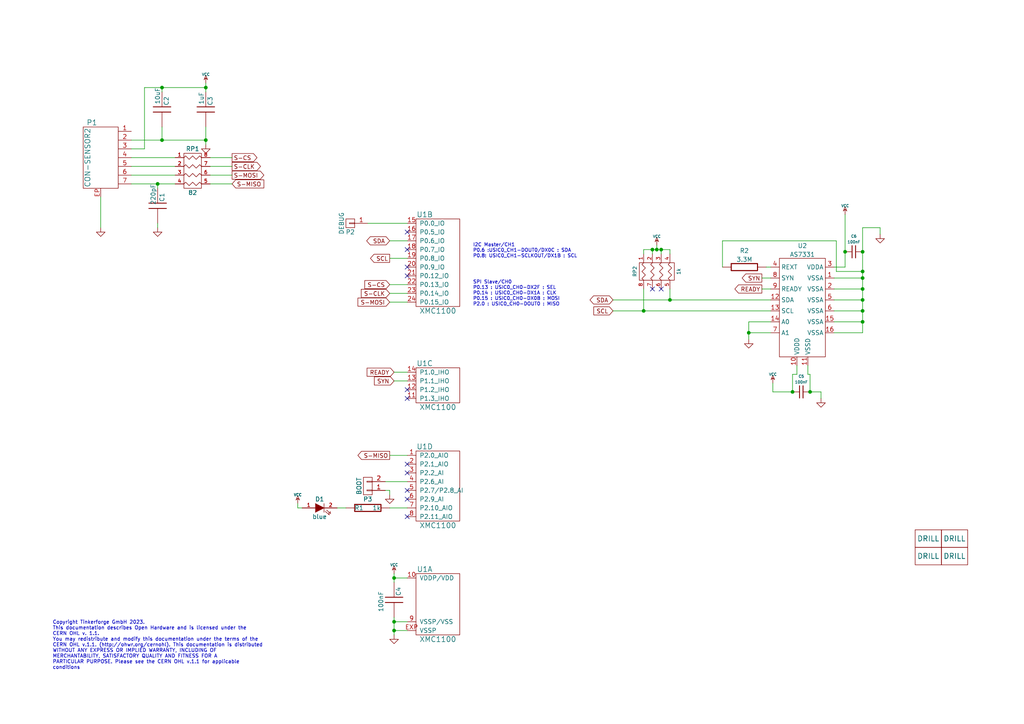
<source format=kicad_sch>
(kicad_sch (version 20211123) (generator eeschema)
  (paper "A4")
  (title_block (title "UV Light Bricklet") (date "2023-05-09") (rev "3.0") (company "Tinkerforge GmbH") (comment 1 "Licensed under CERN OHL v.1.1") (comment 2 "Copyright (©) 2023, T.Schneidermann <tim@tinkerforge.com>"))
  (lib_symbols
    (symbol "GND_1" (power) (pin_names (offset 0))
      (property "Value" "GND_1" (at 0 -5.08 0))
      (symbol "GND_1_0_1"
        (polyline (pts (xy 0 0) (xy 0 -1.27) (xy 1.27 -1.27) (xy 0 -2.54) (xy -1.27 -1.27) (xy 0 -1.27)))
      )
      (symbol "GND_1_1_1"
        (pin power_in line (at 0 0 270) (length 0) hide (name "GND") (number "1"))
      )
    )
    (symbol "GND_4" (power) (pin_names (offset 0))
      (property "Value" "GND_4" (at 0 -5.08 0))
      (symbol "GND_4_0_1"
        (polyline (pts (xy 0 0) (xy 0 -1.27) (xy 1.27 -1.27) (xy 0 -2.54) (xy -1.27 -1.27) (xy 0 -1.27)))
      )
      (symbol "GND_4_1_1"
        (pin power_in line (at 0 0 270) (length 0) hide (name "GND") (number "1"))
      )
    )
    (symbol "GND_5" (power) (pin_names (offset 0))
      (property "Value" "GND_5" (at 0 -5.08 0))
      (symbol "GND_5_0_1"
        (polyline (pts (xy 0 0) (xy 0 -1.27) (xy 1.27 -1.27) (xy 0 -2.54) (xy -1.27 -1.27) (xy 0 -1.27)))
      )
      (symbol "GND_5_1_1"
        (pin power_in line (at 0 0 270) (length 0) hide (name "GND") (number "1"))
      )
    )
    (symbol "GND_6" (power) (pin_names (offset 0))
      (property "Value" "GND_6" (at 0 -5.08 0))
      (symbol "GND_6_0_1"
        (polyline (pts (xy 0 0) (xy 0 -1.27) (xy 1.27 -1.27) (xy 0 -2.54) (xy -1.27 -1.27) (xy 0 -1.27)))
      )
      (symbol "GND_6_1_1"
        (pin power_in line (at 0 0 270) (length 0) hide (name "GND") (number "1"))
      )
    )
    (symbol "R_PACK4_1" (pin_names hide)
      (property "Reference" "RP" (at 0 11.43 0))
      (property "Value" "R_PACK4_1" (at 0 -1.27 0))
      (symbol "R_PACK4_1_0_1"
        (polyline (pts (xy -2.54 10.16) (xy -2.54 0) (xy 2.54 0) (xy 2.54 10.16) (xy -2.54 10.16)))
        (polyline (pts (xy -2.54 1.27) (xy -2.032 1.778) (xy -1.016 0.762) (xy 0 1.778) (xy 1.016 0.762) (xy 2.032 1.778) (xy 2.54 1.27)))
        (polyline (pts (xy -2.54 3.81) (xy -2.032 4.318) (xy -1.016 3.302) (xy 0 4.318) (xy 1.016 3.302) (xy 2.032 4.318) (xy 2.54 3.81)))
        (polyline (pts (xy -2.54 6.35) (xy -2.032 6.858) (xy -1.016 5.842) (xy 0 6.858) (xy 1.016 5.842) (xy 2.032 6.858) (xy 2.54 6.35)))
        (polyline (pts (xy -2.54 8.89) (xy -2.032 9.398) (xy -1.016 8.382) (xy 0 9.398) (xy 1.016 8.382) (xy 2.032 9.398) (xy 2.54 8.89)))
      )
      (symbol "R_PACK4_1_1_1"
        (pin passive line (at -5.08 8.89 0) (length 2.54) (name "P1") (number "1"))
        (pin passive line (at -5.08 6.35 0) (length 2.54) (name "P2") (number "2"))
        (pin passive line (at -5.08 3.81 0) (length 2.54) (name "P3") (number "3"))
        (pin passive line (at -5.08 1.27 0) (length 2.54) (name "P4") (number "4"))
        (pin passive line (at 5.08 1.27 180) (length 2.54) (name "R4") (number "5"))
        (pin passive line (at 5.08 3.81 180) (length 2.54) (name "R3") (number "6"))
        (pin passive line (at 5.08 6.35 180) (length 2.54) (name "R2") (number "7"))
        (pin passive line (at 5.08 8.89 180) (length 2.54) (name "R1") (number "8"))
      )
    )
    (symbol "VCC_2" (power) (pin_names (offset 0))
      (property "Value" "VCC_2" (at 0 3.175 0))
      (symbol "VCC_2_0_0"
        (pin power_in line (at 0 0 90) (length 0) hide (name "VCC") (number "1"))
      )
      (symbol "VCC_2_0_1"
        (polyline (pts (xy 0 1.524) (xy 0 0)))
        (polyline (pts (xy 0 1.524) (xy 0.508 1.016) (xy 0 2.286) (xy -0.508 1.016) (xy 0 1.524) (xy 0 1.524)))
      )
    )
    (symbol "VCC_3" (power) (pin_names (offset 0))
      (property "Value" "VCC_3" (at 0 3.175 0))
      (symbol "VCC_3_0_0"
        (pin power_in line (at 0 0 90) (length 0) hide (name "VCC") (number "1"))
      )
      (symbol "VCC_3_0_1"
        (polyline (pts (xy 0 1.524) (xy 0 0)))
        (polyline (pts (xy 0 1.524) (xy 0.508 1.016) (xy 0 2.286) (xy -0.508 1.016) (xy 0 1.524) (xy 0 1.524)))
      )
    )
    (symbol "VCC_4" (power) (pin_names (offset 0))
      (property "Value" "VCC_4" (at 0 3.175 0))
      (symbol "VCC_4_0_0"
        (pin power_in line (at 0 0 90) (length 0) hide (name "VCC") (number "1"))
      )
      (symbol "VCC_4_0_1"
        (polyline (pts (xy 0 1.524) (xy 0 0)))
        (polyline (pts (xy 0 1.524) (xy 0.508 1.016) (xy 0 2.286) (xy -0.508 1.016) (xy 0 1.524) (xy 0 1.524)))
      )
    )
    (symbol "tinkerforge:AS7331"
      (property "Reference" "U" (at 0 9.525 0))
      (property "Value" "AS7331" (at 0 7.62 0))
      (symbol "AS7331_0_1"
        (rectangle (start -6.35 6.35) (end 6.985 -22.225) (stroke (width 0.1524)))
      )
      (symbol "AS7331_1_1"
        (pin input line (at 9.525 0.635 180) (length 2.54) (name "VSSA") (number "1"))
        (pin input line (at -1.27 -24.765 90) (length 2.54) (name "VDDD") (number "10"))
        (pin input line (at 1.905 -24.765 90) (length 2.54) (name "VSSD") (number "11"))
        (pin input line (at -8.89 -5.715 0) (length 2.54) (name "SDA") (number "12"))
        (pin input line (at -8.89 -8.89 0) (length 2.54) (name "SCL") (number "13"))
        (pin input line (at -8.89 -12.065 0) (length 2.54) (name "A0") (number "14"))
        (pin input line (at 9.525 -12.065 180) (length 2.54) (name "VSSA") (number "15"))
        (pin input line (at 9.525 -15.24 180) (length 2.54) (name "VSSA") (number "16"))
        (pin input line (at 9.525 -2.54 180) (length 2.54) (name "VSSA") (number "2"))
        (pin input line (at 9.525 3.81 180) (length 2.54) (name "VDDA") (number "3"))
        (pin input line (at -8.89 3.81 0) (length 2.54) (name "REXT") (number "4"))
        (pin input line (at 9.525 -5.715 180) (length 2.54) (name "VSSA") (number "5"))
        (pin input line (at 9.525 -8.89 180) (length 2.54) (name "VSSA") (number "6"))
        (pin input line (at -8.89 -15.24 0) (length 2.54) (name "A1") (number "7"))
        (pin input line (at -8.89 0.635 0) (length 2.54) (name "SYN") (number "8"))
        (pin input line (at -8.89 -2.54 0) (length 2.54) (name "READY") (number "9"))
      )
    )
    (symbol "tinkerforge:C" (pin_numbers hide) (pin_names (offset 0.254))
      (property "Reference" "C" (at 1.27 2.54 0))
      (property "Value" "C" (at 1.27 -2.54 0))
      (symbol "C_0_1"
        (polyline (pts (xy -2.54 -0.762) (xy 2.54 -0.762)) (stroke (width 0.254)))
        (polyline (pts (xy -2.54 0.762) (xy 2.54 0.762)) (stroke (width 0.254)))
      )
      (symbol "C_1_1"
        (pin passive line (at 0 5.08 270) (length 4.318) (name "~") (number "1"))
        (pin passive line (at 0 -5.08 90) (length 4.318) (name "~") (number "2"))
      )
    )
    (symbol "tinkerforge:CON-SENSOR2" (pin_names (offset 1.016))
      (property "Reference" "P" (at -3.81 10.16 0))
      (property "Value" "CON-SENSOR2" (at 3.81 0 90))
      (symbol "CON-SENSOR2_0_1"
        (rectangle (start -5.08 8.89) (end 5.08 -8.89))
      )
      (symbol "CON-SENSOR2_1_1"
        (pin passive line (at -8.89 7.62 0) (length 3.81) (name "~") (number "1"))
        (pin passive line (at -8.89 5.08 0) (length 3.81) (name "~") (number "2"))
        (pin passive line (at -8.89 2.54 0) (length 3.81) (name "~") (number "3"))
        (pin passive line (at -8.89 0 0) (length 3.81) (name "~") (number "4"))
        (pin passive line (at -8.89 -2.54 0) (length 3.81) (name "~") (number "5"))
        (pin passive line (at -8.89 -5.08 0) (length 3.81) (name "~") (number "6"))
        (pin passive line (at -8.89 -7.62 0) (length 3.81) (name "~") (number "7"))
        (pin passive line (at 0 -11.43 90) (length 2.54) (name "~") (number "EP"))
      )
    )
    (symbol "tinkerforge:CONN_01X01" (pin_names (offset 1.016) hide)
      (property "Reference" "P" (at 0 2.54 0))
      (property "Value" "CONN_01X01" (at 2.54 0 90))
      (symbol "CONN_01X01_0_1"
        (rectangle (start -1.27 0.127) (end 0.254 -0.127))
        (rectangle (start -1.27 1.27) (end 1.27 -1.27))
      )
      (symbol "CONN_01X01_1_1"
        (pin passive line (at -5.08 0 0) (length 3.81) (name "P1") (number "1"))
      )
    )
    (symbol "tinkerforge:CONN_01X02" (pin_names (offset 1.016) hide)
      (property "Reference" "P" (at 0 3.81 0))
      (property "Value" "CONN_01X02" (at 2.54 0 90))
      (symbol "CONN_01X02_0_1"
        (rectangle (start -1.27 -1.143) (end 0.254 -1.397))
        (rectangle (start -1.27 1.397) (end 0.254 1.143))
        (rectangle (start -1.27 2.54) (end 1.27 -2.54))
      )
      (symbol "CONN_01X02_1_1"
        (pin passive line (at -5.08 1.27 0) (length 3.81) (name "P1") (number "1"))
        (pin passive line (at -5.08 -1.27 0) (length 3.81) (name "P2") (number "2"))
      )
    )
    (symbol "tinkerforge:Cs" (pin_numbers hide) (pin_names (offset 0.254))
      (property "Reference" "C" (at 0.635 1.905 0))
      (property "Value" "Cs" (at 0.635 -1.905 0))
      (symbol "Cs_0_1"
        (polyline (pts (xy -1.778 -0.508) (xy 1.778 -0.508)) (stroke (width 0.254)))
        (polyline (pts (xy -1.778 0.508) (xy 1.778 0.508)) (stroke (width 0.254)))
      )
      (symbol "Cs_1_1"
        (pin passive line (at 0 2.54 270) (length 2.0066) (name "~") (number "1"))
        (pin passive line (at 0 -2.54 90) (length 2.0066) (name "~") (number "2"))
      )
    )
    (symbol "tinkerforge:DRILL" (pin_numbers hide) (pin_names (offset 0) hide)
      (property "Value" "DRILL" (at 0 0 0))
      (symbol "DRILL_0_1"
        (rectangle (start -3.81 2.54) (end 3.81 -2.54))
      )
    )
    (symbol "tinkerforge:GND" (power) (pin_names (offset 0))
      (property "Value" "GND" (at 0 -5.08 0))
      (symbol "GND_0_1"
        (polyline (pts (xy 0 0) (xy 0 -1.27) (xy 1.27 -1.27) (xy 0 -2.54) (xy -1.27 -1.27) (xy 0 -1.27)))
      )
      (symbol "GND_1_1"
        (pin power_in line (at 0 0 270) (length 0) hide (name "GND") (number "1"))
      )
    )
    (symbol "tinkerforge:LED" (pin_names (offset 1.016) hide)
      (property "Reference" "D" (at 0 2.54 0))
      (property "Value" "LED" (at 0 -2.54 0))
      (symbol "LED_0_1"
        (polyline (pts (xy 1.27 1.27) (xy 1.27 -1.27)))
        (polyline (pts (xy -1.27 1.27) (xy 1.27 0) (xy -1.27 -1.27)) (fill (type outline)))
        (polyline (pts (xy 1.651 -1.016) (xy 2.794 -2.032) (xy 2.667 -1.397)))
        (polyline (pts (xy 2.032 -0.635) (xy 3.175 -1.651) (xy 3.048 -1.016)))
      )
      (symbol "LED_1_1"
        (pin passive line (at -5.08 0 0) (length 3.81) (name "A") (number "1"))
        (pin passive line (at 5.08 0 180) (length 3.81) (name "K") (number "2"))
      )
    )
    (symbol "tinkerforge:R" (pin_numbers hide) (pin_names (offset 0))
      (property "Reference" "R" (at 2.032 0 90))
      (property "Value" "R" (at 0 0 90))
      (symbol "R_0_1"
        (rectangle (start -1.016 3.81) (end 1.016 -3.81) (stroke (width 0.3048)))
      )
      (symbol "R_1_1"
        (pin passive line (at 0 6.35 270) (length 2.54) (name "~") (number "1"))
        (pin passive line (at 0 -6.35 90) (length 2.54) (name "~") (number "2"))
      )
    )
    (symbol "tinkerforge:R_PACK4" (pin_names hide)
      (property "Reference" "RP" (at 0 11.43 0))
      (property "Value" "R_PACK4" (at 0 -1.27 0))
      (symbol "R_PACK4_0_1"
        (polyline (pts (xy -2.54 10.16) (xy -2.54 0) (xy 2.54 0) (xy 2.54 10.16) (xy -2.54 10.16)))
        (polyline (pts (xy -2.54 1.27) (xy -2.032 1.778) (xy -1.016 0.762) (xy 0 1.778) (xy 1.016 0.762) (xy 2.032 1.778) (xy 2.54 1.27)))
        (polyline (pts (xy -2.54 3.81) (xy -2.032 4.318) (xy -1.016 3.302) (xy 0 4.318) (xy 1.016 3.302) (xy 2.032 4.318) (xy 2.54 3.81)))
        (polyline (pts (xy -2.54 6.35) (xy -2.032 6.858) (xy -1.016 5.842) (xy 0 6.858) (xy 1.016 5.842) (xy 2.032 6.858) (xy 2.54 6.35)))
        (polyline (pts (xy -2.54 8.89) (xy -2.032 9.398) (xy -1.016 8.382) (xy 0 9.398) (xy 1.016 8.382) (xy 2.032 9.398) (xy 2.54 8.89)))
      )
      (symbol "R_PACK4_1_1"
        (pin passive line (at -5.08 8.89 0) (length 2.54) (name "P1") (number "1"))
        (pin passive line (at -5.08 6.35 0) (length 2.54) (name "P2") (number "2"))
        (pin passive line (at -5.08 3.81 0) (length 2.54) (name "P3") (number "3"))
        (pin passive line (at -5.08 1.27 0) (length 2.54) (name "P4") (number "4"))
        (pin passive line (at 5.08 1.27 180) (length 2.54) (name "R4") (number "5"))
        (pin passive line (at 5.08 3.81 180) (length 2.54) (name "R3") (number "6"))
        (pin passive line (at 5.08 6.35 180) (length 2.54) (name "R2") (number "7"))
        (pin passive line (at 5.08 8.89 180) (length 2.54) (name "R1") (number "8"))
      )
    )
    (symbol "tinkerforge:VCC" (power) (pin_names (offset 0))
      (property "Value" "VCC" (at 0 3.175 0))
      (symbol "VCC_0_0"
        (pin power_in line (at 0 0 90) (length 0) hide (name "VCC") (number "1"))
      )
      (symbol "VCC_0_1"
        (polyline (pts (xy 0 1.524) (xy 0 0)))
        (polyline (pts (xy 0 1.524) (xy 0.508 1.016) (xy 0 2.286) (xy -0.508 1.016) (xy 0 1.524) (xy 0 1.524)))
      )
    )
    (symbol "tinkerforge:XMC1XXX24" (pin_names (offset 1.016))
      (property "Reference" "U" (at -3.81 15.24 0))
      (property "Value" "XMC1XXX24" (at 0 -16.51 0))
      (symbol "XMC1XXX24_1_1"
        (rectangle (start -6.35 8.89) (end 6.35 -8.89))
        (pin passive line (at -8.89 7.62 0) (length 2.54) (name "VDDP/VDD") (number "10"))
        (pin passive line (at -8.89 -5.08 0) (length 2.54) (name "VSSP/VSS") (number "9"))
        (pin passive line (at -8.89 -7.62 0) (length 2.54) (name "VSSP") (number "EXP"))
      )
      (symbol "XMC1XXX24_2_1"
        (rectangle (start -6.35 12.7) (end 6.35 -12.7))
        (pin passive line (at -8.89 11.43 0) (length 2.54) (name "P0.0_IO") (number "15"))
        (pin passive line (at -8.89 8.89 0) (length 2.54) (name "P0.5_IO") (number "16"))
        (pin passive line (at -8.89 6.35 0) (length 2.54) (name "P0.6_IO") (number "17"))
        (pin passive line (at -8.89 3.81 0) (length 2.54) (name "P0.7_IO") (number "18"))
        (pin passive line (at -8.89 1.27 0) (length 2.54) (name "P0.8_IO") (number "19"))
        (pin passive line (at -8.89 -1.27 0) (length 2.54) (name "P0.9_IO") (number "20"))
        (pin passive line (at -8.89 -3.81 0) (length 2.54) (name "P0.12_IO") (number "21"))
        (pin passive line (at -8.89 -6.35 0) (length 2.54) (name "P0.13_IO") (number "22"))
        (pin passive line (at -8.89 -8.89 0) (length 2.54) (name "P0.14_IO") (number "23"))
        (pin passive line (at -8.89 -11.43 0) (length 2.54) (name "P0.15_IO") (number "24"))
      )
      (symbol "XMC1XXX24_3_1"
        (rectangle (start -6.35 5.08) (end 6.35 -5.08))
        (pin passive line (at -8.89 -3.81 0) (length 2.54) (name "P1.3_IHO") (number "11"))
        (pin passive line (at -8.89 -1.27 0) (length 2.54) (name "P1.2_IHO") (number "12"))
        (pin passive line (at -8.89 1.27 0) (length 2.54) (name "P1.1_IHO") (number "13"))
        (pin passive line (at -8.89 3.81 0) (length 2.54) (name "P1.0_IHO") (number "14"))
      )
      (symbol "XMC1XXX24_4_1"
        (rectangle (start -6.35 10.16) (end 6.35 -10.16))
        (pin passive line (at -8.89 8.89 0) (length 2.54) (name "P2.0_AIO") (number "1"))
        (pin passive line (at -8.89 6.35 0) (length 2.54) (name "P2.1_AIO") (number "2"))
        (pin passive line (at -8.89 3.81 0) (length 2.54) (name "P2.2_AI") (number "3"))
        (pin passive line (at -8.89 1.27 0) (length 2.54) (name "P2.6_AI") (number "4"))
        (pin passive line (at -8.89 -1.27 0) (length 2.54) (name "P2.7/P2.8_AI") (number "5"))
        (pin passive line (at -8.89 -3.81 0) (length 2.54) (name "P2.9_AI") (number "6"))
        (pin passive line (at -8.89 -6.35 0) (length 2.54) (name "P2.10_AIO") (number "7"))
        (pin passive line (at -8.89 -8.89 0) (length 2.54) (name "P2.11_AIO") (number "8"))
      )
    )
  )
  (junction (at 234.95 113.665))
  (junction (at 250.19 83.82))
  (junction (at 250.19 86.995))
  (junction (at 191.77 72.39))
  (junction (at 194.31 86.995))
  (junction (at 45.72 53.34))
  (junction (at 250.19 78.74))
  (junction (at 250.19 73.025))
  (junction (at 217.17 96.52))
  (junction (at 114.3 180.34))
  (junction (at 46.99 25.4))
  (junction (at 46.99 40.64))
  (junction (at 245.11 73.025))
  (junction (at 59.69 40.64))
  (junction (at 250.19 80.645))
  (junction (at 229.87 113.665))
  (junction (at 114.3 182.88))
  (junction (at 190.5 72.39))
  (junction (at 250.19 90.17))
  (junction (at 186.69 90.17))
  (junction (at 114.3 167.64))
  (junction (at 189.23 72.39))
  (junction (at 59.69 25.4))
  (junction (at 250.19 93.345))
  (no_connect (at 118.11 137.16))
  (no_connect (at 118.11 77.47))
  (no_connect (at 189.23 83.82))
  (no_connect (at 118.11 72.39))
  (no_connect (at 191.77 83.82))
  (no_connect (at 118.11 80.01))
  (no_connect (at 118.11 134.62))
  (no_connect (at 118.11 149.86))
  (no_connect (at 118.11 142.24))
  (no_connect (at 118.11 113.03))
  (no_connect (at 118.11 115.57))
  (no_connect (at 118.11 144.78))
  (no_connect (at 118.11 67.31))
  (wire (pts (xy 250.19 80.645) (xy 241.935 80.645)))
  (wire (pts (xy 250.19 80.645) (xy 250.19 83.82)))
  (wire (pts (xy 234.95 108.585) (xy 234.315 108.585)))
  (wire (pts (xy 38.1 43.18) (xy 41.91 43.18)))
  (wire (pts (xy 114.3 182.88) (xy 114.3 184.15)))
  (wire (pts (xy 118.11 167.64) (xy 114.3 167.64)))
  (wire (pts (xy 118.11 182.88) (xy 114.3 182.88)))
  (wire (pts (xy 250.19 86.995) (xy 241.935 86.995)))
  (wire (pts (xy 118.11 69.85) (xy 113.03 69.85)))
  (wire (pts (xy 113.03 142.24) (xy 113.03 143.51)))
  (wire (pts (xy 224.155 111.125) (xy 224.155 113.665)))
  (wire (pts (xy 245.11 62.23) (xy 245.11 73.025)))
  (wire (pts (xy 87.63 147.32) (xy 86.36 147.32)))
  (wire (pts (xy 190.5 72.39) (xy 191.77 72.39)))
  (wire (pts (xy 242.57 69.85) (xy 242.57 78.74)))
  (wire (pts (xy 50.8 48.26) (xy 38.1 48.26)))
  (wire (pts (xy 186.69 72.39) (xy 186.69 73.66)))
  (wire (pts (xy 189.23 72.39) (xy 190.5 72.39)))
  (wire (pts (xy 114.3 180.34) (xy 114.3 182.88)))
  (wire (pts (xy 67.31 45.72) (xy 60.96 45.72)))
  (wire (pts (xy 245.11 73.025) (xy 245.11 77.47)))
  (wire (pts (xy 217.17 96.52) (xy 223.52 96.52)))
  (wire (pts (xy 113.03 85.09) (xy 118.11 85.09)))
  (wire (pts (xy 241.935 96.52) (xy 250.19 96.52)))
  (wire (pts (xy 224.155 113.665) (xy 229.87 113.665)))
  (wire (pts (xy 41.91 43.18) (xy 41.91 25.4)))
  (wire (pts (xy 191.77 72.39) (xy 194.31 72.39)))
  (wire (pts (xy 250.19 83.82) (xy 250.19 86.995)))
  (wire (pts (xy 113.03 74.93) (xy 118.11 74.93)))
  (wire (pts (xy 250.19 90.17) (xy 241.935 90.17)))
  (wire (pts (xy 118.11 64.77) (xy 106.68 64.77)))
  (wire (pts (xy 177.8 86.995) (xy 194.31 86.995)))
  (wire (pts (xy 250.19 93.345) (xy 241.935 93.345)))
  (wire (pts (xy 118.11 147.32) (xy 113.03 147.32)))
  (wire (pts (xy 45.72 66.04) (xy 45.72 64.77)))
  (wire (pts (xy 234.315 108.585) (xy 234.315 106.045)))
  (wire (pts (xy 59.69 40.64) (xy 59.69 41.91)))
  (wire (pts (xy 41.91 25.4) (xy 46.99 25.4)))
  (wire (pts (xy 231.14 108.585) (xy 229.87 108.585)))
  (wire (pts (xy 231.14 106.045) (xy 231.14 108.585)))
  (wire (pts (xy 217.17 96.52) (xy 217.17 98.425)))
  (wire (pts (xy 46.99 25.4) (xy 59.69 25.4)))
  (wire (pts (xy 220.98 83.82) (xy 223.52 83.82)))
  (wire (pts (xy 189.23 72.39) (xy 189.23 73.66)))
  (wire (pts (xy 241.935 77.47) (xy 245.11 77.47)))
  (wire (pts (xy 67.31 50.8) (xy 60.96 50.8)))
  (wire (pts (xy 114.3 179.07) (xy 114.3 180.34)))
  (wire (pts (xy 111.76 139.7) (xy 118.11 139.7)))
  (wire (pts (xy 38.1 45.72) (xy 50.8 45.72)))
  (wire (pts (xy 250.19 78.74) (xy 250.19 80.645)))
  (wire (pts (xy 194.31 86.995) (xy 223.52 86.995)))
  (wire (pts (xy 191.77 73.66) (xy 191.77 72.39)))
  (wire (pts (xy 250.19 86.995) (xy 250.19 90.17)))
  (wire (pts (xy 118.11 87.63) (xy 113.03 87.63)))
  (wire (pts (xy 114.3 110.49) (xy 118.11 110.49)))
  (wire (pts (xy 46.99 26.67) (xy 46.99 25.4)))
  (wire (pts (xy 234.95 113.665) (xy 234.95 108.585)))
  (wire (pts (xy 194.31 83.82) (xy 194.31 86.995)))
  (wire (pts (xy 222.25 77.47) (xy 223.52 77.47)))
  (wire (pts (xy 217.17 93.345) (xy 217.17 96.52)))
  (wire (pts (xy 223.52 93.345) (xy 217.17 93.345)))
  (wire (pts (xy 238.125 115.57) (xy 238.125 113.665)))
  (wire (pts (xy 186.69 90.17) (xy 223.52 90.17)))
  (wire (pts (xy 50.8 53.34) (xy 45.72 53.34)))
  (wire (pts (xy 45.72 53.34) (xy 45.72 54.61)))
  (wire (pts (xy 186.69 72.39) (xy 189.23 72.39)))
  (wire (pts (xy 29.21 66.04) (xy 29.21 57.15)))
  (wire (pts (xy 220.98 80.645) (xy 223.52 80.645)))
  (wire (pts (xy 229.87 108.585) (xy 229.87 113.665)))
  (wire (pts (xy 238.125 113.665) (xy 234.95 113.665)))
  (wire (pts (xy 114.3 107.95) (xy 118.11 107.95)))
  (wire (pts (xy 250.19 93.345) (xy 250.19 96.52)))
  (wire (pts (xy 60.96 53.34) (xy 67.31 53.34)))
  (wire (pts (xy 38.1 40.64) (xy 46.99 40.64)))
  (wire (pts (xy 209.55 77.47) (xy 209.55 69.85)))
  (wire (pts (xy 111.76 142.24) (xy 113.03 142.24)))
  (wire (pts (xy 209.55 69.85) (xy 242.57 69.85)))
  (wire (pts (xy 194.31 72.39) (xy 194.31 73.66)))
  (wire (pts (xy 114.3 167.64) (xy 114.3 168.91)))
  (wire (pts (xy 59.69 25.4) (xy 59.69 26.67)))
  (wire (pts (xy 190.5 71.12) (xy 190.5 72.39)))
  (wire (pts (xy 186.69 83.82) (xy 186.69 90.17)))
  (wire (pts (xy 118.11 82.55) (xy 113.03 82.55)))
  (wire (pts (xy 242.57 78.74) (xy 250.19 78.74)))
  (wire (pts (xy 250.19 90.17) (xy 250.19 93.345)))
  (wire (pts (xy 177.8 90.17) (xy 186.69 90.17)))
  (wire (pts (xy 59.69 24.13) (xy 59.69 25.4)))
  (wire (pts (xy 100.33 147.32) (xy 97.79 147.32)))
  (wire (pts (xy 250.19 66.04) (xy 255.27 66.04)))
  (wire (pts (xy 250.19 83.82) (xy 241.935 83.82)))
  (wire (pts (xy 46.99 40.64) (xy 59.69 40.64)))
  (wire (pts (xy 46.99 40.64) (xy 46.99 36.83)))
  (wire (pts (xy 45.72 53.34) (xy 38.1 53.34)))
  (wire (pts (xy 118.11 180.34) (xy 114.3 180.34)))
  (wire (pts (xy 86.36 147.32) (xy 86.36 146.05)))
  (wire (pts (xy 255.27 66.04) (xy 255.27 67.945)))
  (wire (pts (xy 114.3 166.37) (xy 114.3 167.64)))
  (wire (pts (xy 60.96 48.26) (xy 67.31 48.26)))
  (wire (pts (xy 250.19 73.025) (xy 250.19 66.04)))
  (wire (pts (xy 250.19 73.025) (xy 250.19 78.74)))
  (wire (pts (xy 38.1 50.8) (xy 50.8 50.8)))
  (wire (pts (xy 59.69 36.83) (xy 59.69 40.64)))
  (wire (pts (xy 118.11 132.08) (xy 113.03 132.08)))
  (text "I2C Master/CH1\nP0.6 :USIC0_CH1-DOUT0/DX0C : SDA\nP0.8: USIC0_CH1-SCLKOUT/DX1B : SCL" (at 137.16 74.93 0) (effects (font (size 0.9906 0.9906)) (justify left bottom)))
  (text "SPI Slave/CH0\nP0.13 : USIC0_CH0-DX2F : SEL\nP0.14 : USIC0_CH0-DX1A : CLK\nP0.15 : USIC0_CH0-DX0B : MOSI\nP2.0 : USIC0_CH0-DOUT0 : MISO" (at 137.16 88.9 0) (effects (font (size 0.9906 0.9906)) (justify left bottom)))
  (text "Copyright Tinkerforge GmbH 2023.\nThis documentation describes Open Hardware and is licensed under the\nCERN OHL v. 1.1.\nYou may redistribute and modify this documentation under the terms of the\nCERN OHL v.1.1. (http://ohwr.org/cernohl). This documentation is distributed\nWITHOUT ANY EXPRESS OR IMPLIED WARRANTY, INCLUDING OF\nMERCHANTABILITY, SATISFACTORY QUALITY AND FITNESS FOR A\nPARTICULAR PURPOSE. Please see the CERN OHL v.1.1 for applicable\nconditions\n" (at 15.24 194.31 0) (effects (font (size 1.016 1.016)) (justify left bottom)))
  (global_label "SDA" (shape bidirectional) (at 113.03 69.85 180) (effects (font (size 1.1938 1.1938))) (property "Intersheet References" "${INTERSHEET_REFS}" (effects hide)))
  (global_label "S-CS" (shape output) (at 67.31 45.72 0) (effects (font (size 1.1938 1.1938))) (property "Intersheet References" "${INTERSHEET_REFS}" (effects hide)))
  (global_label "SYN" (shape input) (at 114.3 110.49 180) (effects (font (size 1.2 1.2))) (property "Intersheet References" "${INTERSHEET_REFS}" (effects hide)))
  (global_label "READY" (shape output) (at 220.98 83.82 180) (effects (font (size 1.2 1.2))) (property "Intersheet References" "${INTERSHEET_REFS}" (effects hide)))
  (global_label "SCL" (shape output) (at 113.03 74.93 180) (effects (font (size 1.1938 1.1938))) (property "Intersheet References" "${INTERSHEET_REFS}" (effects hide)))
  (global_label "SDA" (shape bidirectional) (at 177.8 86.995 180) (effects (font (size 1.1938 1.1938))) (property "Intersheet References" "${INTERSHEET_REFS}" (effects hide)))
  (global_label "S-MISO" (shape output) (at 113.03 132.08 180) (effects (font (size 1.1938 1.1938))) (property "Intersheet References" "${INTERSHEET_REFS}" (effects hide)))
  (global_label "S-CLK" (shape input) (at 113.03 85.09 180) (effects (font (size 1.1938 1.1938))) (property "Intersheet References" "${INTERSHEET_REFS}" (effects hide)))
  (global_label "S-MISO" (shape input) (at 67.31 53.34 0) (effects (font (size 1.1938 1.1938))) (property "Intersheet References" "${INTERSHEET_REFS}" (effects hide)))
  (global_label "SCL" (shape input) (at 177.8 90.17 180) (effects (font (size 1.1938 1.1938))) (property "Intersheet References" "${INTERSHEET_REFS}" (effects hide)))
  (global_label "SYN" (shape output) (at 220.98 80.645 180) (effects (font (size 1.2 1.2))) (property "Intersheet References" "${INTERSHEET_REFS}" (effects hide)))
  (global_label "READY" (shape input) (at 114.3 107.95 180) (effects (font (size 1.2 1.2))) (property "Intersheet References" "${INTERSHEET_REFS}" (effects hide)))
  (global_label "S-MOSI" (shape output) (at 67.31 50.8 0) (effects (font (size 1.1938 1.1938))) (property "Intersheet References" "${INTERSHEET_REFS}" (effects hide)))
  (global_label "S-CS" (shape input) (at 113.03 82.55 180) (effects (font (size 1.1938 1.1938))) (property "Intersheet References" "${INTERSHEET_REFS}" (effects hide)))
  (global_label "S-CLK" (shape output) (at 67.31 48.26 0) (effects (font (size 1.1938 1.1938))) (property "Intersheet References" "${INTERSHEET_REFS}" (effects hide)))
  (global_label "S-MOSI" (shape input) (at 113.03 87.63 180) (effects (font (size 1.1938 1.1938))) (property "Intersheet References" "${INTERSHEET_REFS}" (effects hide)))
  (symbol (lib_id "tinkerforge:CON-SENSOR2") (at 29.21 45.72 0) (mirror y) (unit 1)
    (property "Reference" "P1" (at 26.67 35.56 0) (effects (font (size 1.524 1.524))))
    (property "Value" "CON-SENSOR2" (at 25.4 45.72 90) (effects (font (size 1.524 1.524))))
    (property "Footprint" "kicad-libraries:CON-SENSOR2" (effects hide))
  )
  (symbol (lib_name "GND_4") (lib_id "tinkerforge:GND") (at 29.21 66.04 0) (unit 1)
    (property "Reference" "#PWR02" (effects hide))
    (property "Value" "GND" (effects hide))
  )
  (symbol (lib_name "VCC_2") (lib_id "tinkerforge:VCC") (at 59.69 24.13 0) (unit 1)
    (property "Reference" "#PWR01" (effects hide))
    (property "Value" "VCC" (at 59.69 21.59 0) (effects (font (size 0.762 0.762))))
  )
  (symbol (lib_id "tinkerforge:DRILL") (at 276.86 161.29 0) (unit 1)
    (property "Reference" "U6" (effects hide))
    (property "Value" "DRILL" (at 276.86 161.29 0) (effects (font (size 1.524 1.524))))
    (property "Footprint" "kicad-libraries:DRILL_NP" (effects hide))
  )
  (symbol (lib_id "tinkerforge:DRILL") (at 276.86 156.21 0) (unit 1)
    (property "Reference" "U5" (effects hide))
    (property "Value" "DRILL" (at 276.86 156.21 0) (effects (font (size 1.524 1.524))))
    (property "Footprint" "kicad-libraries:DRILL_NP" (effects hide))
  )
  (symbol (lib_id "tinkerforge:DRILL") (at 269.24 156.21 0) (unit 1)
    (property "Reference" "U3" (effects hide))
    (property "Value" "DRILL" (at 269.24 156.21 0) (effects (font (size 1.524 1.524))))
    (property "Footprint" "kicad-libraries:DRILL_NP" (effects hide))
  )
  (symbol (lib_id "tinkerforge:DRILL") (at 269.24 161.29 0) (unit 1)
    (property "Reference" "U4" (effects hide))
    (property "Value" "DRILL" (at 269.24 161.29 0) (effects (font (size 1.524 1.524))))
    (property "Footprint" "kicad-libraries:DRILL_NP" (effects hide))
  )
  (symbol (lib_id "tinkerforge:C") (at 46.99 31.75 180) (unit 1)
    (property "Reference" "C2" (at 48.26 27.94 90) (effects (justify left)))
    (property "Value" "10uF" (at 45.72 25.4 90) (effects (justify left)))
    (property "Footprint" "kicad-libraries:C0805" (effects hide))
  )
  (symbol (lib_name "VCC_3") (lib_id "tinkerforge:VCC") (at 190.5 71.12 0) (unit 1)
    (property "Reference" "#PWR04" (effects hide))
    (property "Value" "VCC" (at 190.5 68.58 0) (effects (font (size 0.762 0.762))))
  )
  (symbol (lib_name "R_PACK4_1") (lib_id "tinkerforge:R_PACK4") (at 195.58 78.74 90) (mirror x) (unit 1)
    (property "Reference" "RP2" (at 184.15 78.74 0) (effects (font (size 1.016 1.016))))
    (property "Value" "1k" (at 196.85 78.74 0) (effects (font (size 1.016 1.016))))
    (property "Footprint" "kicad-libraries:0603X4" (effects hide))
  )
  (symbol (lib_id "tinkerforge:XMC1XXX24") (at 127 175.26 0) (unit 1)
    (property "Reference" "U1" (at 123.19 165.1 0) (effects (font (size 1.524 1.524))))
    (property "Value" "XMC1100" (at 127 185.42 0) (effects (font (size 1.524 1.524))))
    (property "Footprint" "kicad-libraries:QFN24-4x4mm-0.5mm" (effects hide))
  )
  (symbol (lib_id "tinkerforge:XMC1XXX24") (at 127 76.2 0) (unit 2)
    (property "Reference" "U1" (at 123.19 62.23 0) (effects (font (size 1.524 1.524))))
    (property "Value" "XMC1100" (at 127 90.17 0) (effects (font (size 1.524 1.524))))
    (property "Footprint" "kicad-libraries:QFN24-4x4mm-0.5mm" (effects hide))
  )
  (symbol (lib_id "tinkerforge:XMC1XXX24") (at 127 111.76 0) (unit 3)
    (property "Reference" "U1" (at 123.19 105.41 0) (effects (font (size 1.524 1.524))))
    (property "Value" "XMC1100" (at 127 118.11 0) (effects (font (size 1.524 1.524))))
    (property "Footprint" "kicad-libraries:QFN24-4x4mm-0.5mm" (effects hide))
  )
  (symbol (lib_id "tinkerforge:XMC1XXX24") (at 127 140.97 0) (unit 4)
    (property "Reference" "U1" (at 123.19 129.54 0) (effects (font (size 1.524 1.524))))
    (property "Value" "XMC1100" (at 127 152.4 0) (effects (font (size 1.524 1.524))))
    (property "Footprint" "kicad-libraries:QFN24-4x4mm-0.5mm" (effects hide))
  )
  (symbol (lib_id "tinkerforge:C") (at 59.69 31.75 180) (unit 1)
    (property "Reference" "C3" (at 60.96 27.94 90) (effects (justify left)))
    (property "Value" "1uF" (at 58.42 26.67 90) (effects (justify left)))
    (property "Footprint" "kicad-libraries:C0603F" (effects hide))
  )
  (symbol (lib_name "GND_5") (lib_id "tinkerforge:GND") (at 45.72 66.04 0) (unit 1)
    (property "Reference" "#PWR07" (effects hide))
    (property "Value" "GND" (effects hide))
  )
  (symbol (lib_id "tinkerforge:C") (at 45.72 59.69 180) (unit 1)
    (property "Reference" "C1" (at 46.99 55.88 90) (effects (justify left)))
    (property "Value" "220pF" (at 44.45 53.34 90) (effects (justify left)))
    (property "Footprint" "kicad-libraries:C0402F" (effects hide))
  )
  (symbol (lib_id "tinkerforge:R_PACK4") (at 55.88 54.61 0) (unit 1)
    (property "Reference" "RP1" (at 55.88 43.18 0))
    (property "Value" "82" (at 55.88 55.88 0))
    (property "Footprint" "kicad-libraries:4X0402" (effects hide))
  )
  (symbol (lib_name "GND_6") (lib_id "tinkerforge:GND") (at 59.69 41.91 0) (unit 1)
    (property "Reference" "#PWR08" (effects hide))
    (property "Value" "GND" (effects hide))
  )
  (symbol (lib_id "tinkerforge:C") (at 114.3 173.99 180) (unit 1)
    (property "Reference" "C4" (at 115.57 170.18 90) (effects (justify left)))
    (property "Value" "100nF" (at 110.49 171.45 90) (effects (justify left)))
    (property "Footprint" "kicad-libraries:C0603F" (effects hide))
  )
  (symbol (lib_id "tinkerforge:GND") (at 114.3 184.15 0) (unit 1)
    (property "Reference" "#PWR09" (effects hide))
    (property "Value" "GND" (effects hide))
  )
  (symbol (lib_id "tinkerforge:VCC") (at 114.3 166.37 0) (unit 1)
    (property "Reference" "#PWR010" (effects hide))
    (property "Value" "VCC" (at 114.3 163.83 0) (effects (font (size 0.762 0.762))))
  )
  (symbol (lib_id "tinkerforge:CONN_01X01") (at 101.6 64.77 180) (unit 1)
    (property "Reference" "P2" (at 101.6 67.31 0))
    (property "Value" "DEBUG" (at 99.06 64.77 90))
    (property "Footprint" "kicad-libraries:DEBUG_PAD" (effects hide))
  )
  (symbol (lib_id "tinkerforge:CONN_01X02") (at 106.68 140.97 180) (unit 1)
    (property "Reference" "P3" (at 106.68 144.78 0))
    (property "Value" "BOOT" (at 104.14 140.97 90))
    (property "Footprint" "kicad-libraries:SolderJumper" (effects hide))
  )
  (symbol (lib_name "GND_1") (lib_id "tinkerforge:GND") (at 113.03 143.51 0) (unit 1)
    (property "Reference" "#PWR011" (effects hide))
    (property "Value" "GND" (effects hide))
  )
  (symbol (lib_id "tinkerforge:R") (at 106.68 147.32 270) (unit 1)
    (property "Reference" "R1" (at 104.14 147.32 90))
    (property "Value" "1k" (at 109.22 147.32 90))
    (property "Footprint" "kicad-libraries:R0603F" (effects hide))
  )
  (symbol (lib_id "tinkerforge:LED") (at 92.71 147.32 0) (unit 1)
    (property "Reference" "D1" (at 92.71 144.78 0))
    (property "Value" "blue" (at 92.71 149.86 0))
    (property "Footprint" "kicad-libraries:D0603F" (effects hide))
  )
  (symbol (lib_name "VCC_4") (lib_id "tinkerforge:VCC") (at 86.36 146.05 0) (unit 1)
    (property "Reference" "#PWR012" (effects hide))
    (property "Value" "VCC" (at 86.36 143.51 0) (effects (font (size 0.762 0.762))))
  )
  (symbol (lib_id "tinkerforge:Cs") (at 232.41 113.665 90) (unit 1)
    (property "Reference" "C5" (at 232.41 109.159 90) (effects (font (size 0.7874 0.7874))))
    (property "Value" "100nF" (at 232.41 110.8283 90) (effects (font (size 0.7874 0.7874))))
    (property "Footprint" "kicad-libraries:C0603F" (effects hide))
  )
  (symbol (lib_name "GND_5") (lib_id "tinkerforge:GND") (at 255.27 67.945 0) (unit 1)
    (property "Reference" "#PWR014" (effects hide))
    (property "Value" "GND" (effects hide))
  )
  (symbol (lib_id "tinkerforge:Cs") (at 247.65 73.025 90) (unit 1)
    (property "Reference" "C6" (at 247.65 68.519 90) (effects (font (size 0.7874 0.7874))))
    (property "Value" "100nF" (at 247.65 70.1883 90) (effects (font (size 0.7874 0.7874))))
    (property "Footprint" "kicad-libraries:C0603F" (effects hide))
  )
  (symbol (lib_name "VCC_2") (lib_id "tinkerforge:VCC") (at 224.155 111.125 0) (unit 1)
    (property "Reference" "#PWR05" (effects hide))
    (property "Value" "VCC" (at 224.155 108.585 0) (effects (font (size 0.762 0.762))))
  )
  (symbol (lib_name "VCC_2") (lib_id "tinkerforge:VCC") (at 245.11 62.23 0) (unit 1)
    (property "Reference" "#PWR013" (effects hide))
    (property "Value" "VCC" (at 245.11 59.69 0) (effects (font (size 0.762 0.762))))
  )
  (symbol (lib_id "tinkerforge:R") (at 215.9 77.47 90) (unit 1)
    (property "Reference" "R2" (at 215.9 72.7288 90))
    (property "Value" "3.3M" (at 215.9 75.2657 90))
    (property "Footprint" "kicad-libraries:R0603F" (effects hide))
  )
  (symbol (lib_name "GND_5") (lib_id "tinkerforge:GND") (at 217.17 98.425 0) (unit 1)
    (property "Reference" "#PWR03" (effects hide))
    (property "Value" "GND" (effects hide))
  )
  (symbol (lib_name "GND_5") (lib_id "tinkerforge:GND") (at 238.125 115.57 0) (unit 1)
    (property "Reference" "#PWR06" (effects hide))
    (property "Value" "GND" (effects hide))
  )
  (symbol (lib_id "tinkerforge:AS7331") (at 232.41 81.28 0) (unit 1)
    (property "Reference" "U2" (at 232.7275 71.281 0))
    (property "Value" "AS7331" (at 232.7275 73.8179 0))
    (property "Footprint" "kicad-libraries:AS7331" (effects hide))
  )
)
</source>
